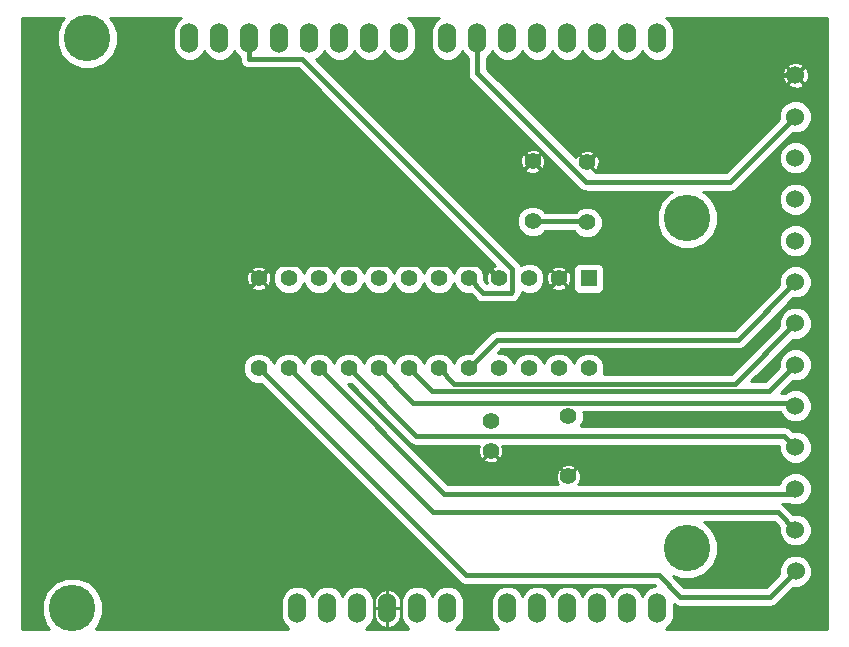
<source format=gtl>
G04 (created by PCBNEW-RS274X (2011-aug-04)-testing) date Mon 24 Sep 2012 11:27:46 AM PDT*
G01*
G70*
G90*
%MOIN*%
G04 Gerber Fmt 3.4, Leading zero omitted, Abs format*
%FSLAX34Y34*%
G04 APERTURE LIST*
%ADD10C,0.006000*%
%ADD11O,0.060000X0.100000*%
%ADD12C,0.155000*%
%ADD13R,0.055000X0.055000*%
%ADD14C,0.055000*%
%ADD15C,0.060000*%
%ADD16C,0.015000*%
%ADD17C,0.010000*%
G04 APERTURE END LIST*
G54D10*
G54D11*
X70237Y-51677D03*
X69237Y-51677D03*
X68237Y-51677D03*
X65237Y-51677D03*
X66237Y-51677D03*
X67237Y-51677D03*
X63237Y-51677D03*
X62237Y-51677D03*
X61237Y-51677D03*
X59237Y-51677D03*
X58237Y-51677D03*
X70237Y-32677D03*
X69237Y-32677D03*
X68237Y-32677D03*
X67237Y-32677D03*
X66237Y-32677D03*
X65237Y-32677D03*
X64237Y-32677D03*
X63237Y-32677D03*
X61637Y-32677D03*
X60637Y-32677D03*
X59637Y-32677D03*
X58637Y-32677D03*
X57637Y-32677D03*
X56637Y-32677D03*
X55637Y-32677D03*
X54637Y-32677D03*
X60237Y-51677D03*
G54D12*
X71237Y-49677D03*
X71237Y-38677D03*
X51237Y-32677D03*
X50737Y-51677D03*
G54D13*
X67951Y-40675D03*
G54D14*
X66951Y-40675D03*
X65951Y-40675D03*
X64951Y-40675D03*
X63951Y-40675D03*
X62951Y-40675D03*
X61951Y-40675D03*
X60951Y-40675D03*
X59951Y-40675D03*
X58951Y-40675D03*
X57951Y-40675D03*
X56951Y-40675D03*
X56951Y-43675D03*
X57951Y-43675D03*
X58951Y-43675D03*
X59951Y-43675D03*
X60951Y-43675D03*
X61951Y-43675D03*
X62951Y-43675D03*
X63951Y-43675D03*
X64951Y-43675D03*
X65951Y-43675D03*
X66951Y-43675D03*
X67951Y-43675D03*
X67264Y-45280D03*
X67264Y-47280D03*
X67894Y-38815D03*
X67894Y-36815D03*
X66083Y-38776D03*
X66083Y-36776D03*
X64685Y-45425D03*
X64685Y-46425D03*
G54D15*
X74843Y-50444D03*
X74842Y-49067D03*
X74841Y-47686D03*
X74842Y-46309D03*
X74842Y-44931D03*
X74842Y-43555D03*
X74842Y-42176D03*
X74841Y-40798D03*
X74841Y-39420D03*
X74841Y-38040D03*
X74840Y-35286D03*
X74841Y-36664D03*
X74841Y-33908D03*
G54D16*
X67855Y-38776D02*
X67894Y-38815D01*
X66083Y-38776D02*
X67855Y-38776D01*
X63853Y-50577D02*
X56951Y-43675D01*
X70283Y-50577D02*
X63853Y-50577D01*
X71004Y-51298D02*
X70283Y-50577D01*
X73989Y-51298D02*
X71004Y-51298D01*
X74843Y-50444D02*
X73989Y-51298D01*
X62746Y-48470D02*
X57951Y-43675D01*
X74245Y-48470D02*
X62746Y-48470D01*
X74842Y-49067D02*
X74245Y-48470D01*
X63137Y-47861D02*
X58951Y-43675D01*
X74666Y-47861D02*
X63137Y-47861D01*
X74841Y-47686D02*
X74666Y-47861D01*
X62202Y-45926D02*
X59951Y-43675D01*
X74459Y-45926D02*
X62202Y-45926D01*
X74842Y-46309D02*
X74459Y-45926D01*
X62095Y-44819D02*
X60951Y-43675D01*
X74730Y-44819D02*
X62095Y-44819D01*
X74842Y-44931D02*
X74730Y-44819D01*
X62713Y-44437D02*
X61951Y-43675D01*
X73960Y-44437D02*
X62713Y-44437D01*
X74842Y-43555D02*
X73960Y-44437D01*
X63459Y-44183D02*
X62951Y-43675D01*
X72835Y-44183D02*
X63459Y-44183D01*
X74842Y-42176D02*
X72835Y-44183D01*
X64905Y-42721D02*
X63951Y-43675D01*
X72918Y-42721D02*
X64905Y-42721D01*
X74841Y-40798D02*
X72918Y-42721D01*
X64237Y-33828D02*
X64237Y-32677D01*
X67870Y-37461D02*
X64237Y-33828D01*
X72665Y-37461D02*
X67870Y-37461D01*
X74840Y-35286D02*
X72665Y-37461D01*
X58385Y-33355D02*
X56637Y-33355D01*
X65408Y-40378D02*
X58385Y-33355D01*
X65408Y-41110D02*
X65408Y-40378D01*
X65365Y-41153D02*
X65408Y-41110D01*
X64429Y-41153D02*
X65365Y-41153D01*
X63951Y-40675D02*
X64429Y-41153D01*
X56637Y-32677D02*
X56637Y-33355D01*
X70801Y-33908D02*
X67894Y-36815D01*
X74841Y-33908D02*
X70801Y-33908D01*
X57440Y-40186D02*
X56951Y-40675D01*
X64462Y-40186D02*
X57440Y-40186D01*
X64951Y-40675D02*
X64462Y-40186D01*
G54D10*
G36*
X75895Y-52350D02*
X70540Y-52350D01*
X70543Y-52349D01*
X70694Y-52197D01*
X70777Y-51999D01*
X70777Y-51784D01*
X70777Y-51529D01*
X70879Y-51597D01*
X70880Y-51598D01*
X71004Y-51623D01*
X73989Y-51623D01*
X74113Y-51598D01*
X74219Y-51528D01*
X74753Y-50993D01*
X74952Y-50993D01*
X75154Y-50909D01*
X75308Y-50755D01*
X75392Y-50553D01*
X75392Y-50335D01*
X75308Y-50133D01*
X75154Y-49979D01*
X74952Y-49895D01*
X74734Y-49895D01*
X74532Y-49979D01*
X74378Y-50133D01*
X74294Y-50335D01*
X74294Y-50533D01*
X73854Y-50973D01*
X71138Y-50973D01*
X70749Y-50584D01*
X71032Y-50702D01*
X71440Y-50702D01*
X71817Y-50546D01*
X72105Y-50258D01*
X72262Y-49882D01*
X72262Y-49474D01*
X72106Y-49097D01*
X71818Y-48809D01*
X71784Y-48795D01*
X74110Y-48795D01*
X74293Y-48978D01*
X74293Y-49176D01*
X74377Y-49378D01*
X74531Y-49532D01*
X74733Y-49616D01*
X74951Y-49616D01*
X75153Y-49532D01*
X75307Y-49378D01*
X75391Y-49176D01*
X75391Y-48958D01*
X75307Y-48756D01*
X75153Y-48602D01*
X74951Y-48518D01*
X74753Y-48518D01*
X74475Y-48240D01*
X74393Y-48186D01*
X74614Y-48186D01*
X74732Y-48235D01*
X74950Y-48235D01*
X75152Y-48151D01*
X75306Y-47997D01*
X75390Y-47795D01*
X75390Y-47577D01*
X75306Y-47375D01*
X75152Y-47221D01*
X74950Y-47137D01*
X74732Y-47137D01*
X74530Y-47221D01*
X74376Y-47375D01*
X74309Y-47536D01*
X67597Y-47536D01*
X67592Y-47531D01*
X67610Y-47525D01*
X67678Y-47374D01*
X67682Y-47209D01*
X67623Y-47054D01*
X67610Y-47035D01*
X67541Y-47010D01*
X67534Y-47017D01*
X67534Y-47003D01*
X67509Y-46934D01*
X67358Y-46866D01*
X67193Y-46862D01*
X67038Y-46921D01*
X67019Y-46934D01*
X66994Y-47003D01*
X67264Y-47273D01*
X67534Y-47003D01*
X67534Y-47017D01*
X67306Y-47245D01*
X67271Y-47280D01*
X67264Y-47287D01*
X67257Y-47280D01*
X67222Y-47245D01*
X66987Y-47010D01*
X66918Y-47035D01*
X66850Y-47186D01*
X66846Y-47351D01*
X66905Y-47506D01*
X66918Y-47525D01*
X66935Y-47531D01*
X66931Y-47536D01*
X64955Y-47536D01*
X64955Y-46702D01*
X64685Y-46432D01*
X64415Y-46702D01*
X64440Y-46771D01*
X64591Y-46839D01*
X64756Y-46843D01*
X64911Y-46784D01*
X64930Y-46771D01*
X64955Y-46702D01*
X64955Y-47536D01*
X63271Y-47536D01*
X59935Y-44200D01*
X60016Y-44200D01*
X61972Y-46156D01*
X62077Y-46226D01*
X62078Y-46226D01*
X62202Y-46251D01*
X64307Y-46251D01*
X64271Y-46331D01*
X64267Y-46496D01*
X64326Y-46651D01*
X64339Y-46670D01*
X64408Y-46695D01*
X64643Y-46460D01*
X64678Y-46425D01*
X64685Y-46418D01*
X64692Y-46425D01*
X64727Y-46460D01*
X64962Y-46695D01*
X65031Y-46670D01*
X65099Y-46519D01*
X65103Y-46354D01*
X65063Y-46251D01*
X74293Y-46251D01*
X74293Y-46418D01*
X74377Y-46620D01*
X74531Y-46774D01*
X74733Y-46858D01*
X74951Y-46858D01*
X75153Y-46774D01*
X75307Y-46620D01*
X75391Y-46418D01*
X75391Y-46200D01*
X75307Y-45998D01*
X75153Y-45844D01*
X74951Y-45760D01*
X74752Y-45760D01*
X74689Y-45696D01*
X74583Y-45626D01*
X74459Y-45601D01*
X67685Y-45601D01*
X67709Y-45578D01*
X67789Y-45385D01*
X67789Y-45176D01*
X67775Y-45144D01*
X74336Y-45144D01*
X74377Y-45242D01*
X74531Y-45396D01*
X74733Y-45480D01*
X74951Y-45480D01*
X75153Y-45396D01*
X75307Y-45242D01*
X75391Y-45040D01*
X75391Y-44822D01*
X75307Y-44620D01*
X75153Y-44466D01*
X74951Y-44382D01*
X74733Y-44382D01*
X74531Y-44466D01*
X74503Y-44494D01*
X74363Y-44494D01*
X74753Y-44104D01*
X74951Y-44104D01*
X75153Y-44020D01*
X75307Y-43866D01*
X75391Y-43664D01*
X75391Y-43446D01*
X75307Y-43244D01*
X75153Y-43090D01*
X74951Y-43006D01*
X74733Y-43006D01*
X74531Y-43090D01*
X74377Y-43244D01*
X74293Y-43446D01*
X74293Y-43644D01*
X73825Y-44112D01*
X73366Y-44112D01*
X74753Y-42725D01*
X74951Y-42725D01*
X75153Y-42641D01*
X75307Y-42487D01*
X75391Y-42285D01*
X75391Y-42067D01*
X75307Y-41865D01*
X75153Y-41711D01*
X74951Y-41627D01*
X74733Y-41627D01*
X74531Y-41711D01*
X74377Y-41865D01*
X74293Y-42067D01*
X74293Y-42265D01*
X72700Y-43858D01*
X68443Y-43858D01*
X68476Y-43780D01*
X68476Y-43571D01*
X68396Y-43378D01*
X68249Y-43230D01*
X68056Y-43150D01*
X67847Y-43150D01*
X67654Y-43230D01*
X67506Y-43377D01*
X67450Y-43510D01*
X67396Y-43378D01*
X67249Y-43230D01*
X67056Y-43150D01*
X66847Y-43150D01*
X66654Y-43230D01*
X66506Y-43377D01*
X66450Y-43510D01*
X66396Y-43378D01*
X66249Y-43230D01*
X66056Y-43150D01*
X65847Y-43150D01*
X65654Y-43230D01*
X65506Y-43377D01*
X65450Y-43510D01*
X65396Y-43378D01*
X65249Y-43230D01*
X65056Y-43150D01*
X64936Y-43150D01*
X65040Y-43046D01*
X72918Y-43046D01*
X73042Y-43021D01*
X73148Y-42951D01*
X74751Y-41347D01*
X74950Y-41347D01*
X75152Y-41263D01*
X75306Y-41109D01*
X75390Y-40907D01*
X75390Y-40689D01*
X75390Y-39529D01*
X75390Y-39311D01*
X75390Y-38149D01*
X75390Y-37931D01*
X75390Y-36773D01*
X75390Y-36555D01*
X75306Y-36353D01*
X75152Y-36199D01*
X74950Y-36115D01*
X74732Y-36115D01*
X74530Y-36199D01*
X74376Y-36353D01*
X74292Y-36555D01*
X74292Y-36773D01*
X74376Y-36975D01*
X74530Y-37129D01*
X74732Y-37213D01*
X74950Y-37213D01*
X75152Y-37129D01*
X75306Y-36975D01*
X75390Y-36773D01*
X75390Y-37931D01*
X75306Y-37729D01*
X75152Y-37575D01*
X74950Y-37491D01*
X74732Y-37491D01*
X74530Y-37575D01*
X74376Y-37729D01*
X74292Y-37931D01*
X74292Y-38149D01*
X74376Y-38351D01*
X74530Y-38505D01*
X74732Y-38589D01*
X74950Y-38589D01*
X75152Y-38505D01*
X75306Y-38351D01*
X75390Y-38149D01*
X75390Y-39311D01*
X75306Y-39109D01*
X75152Y-38955D01*
X74950Y-38871D01*
X74732Y-38871D01*
X74530Y-38955D01*
X74376Y-39109D01*
X74292Y-39311D01*
X74292Y-39529D01*
X74376Y-39731D01*
X74530Y-39885D01*
X74732Y-39969D01*
X74950Y-39969D01*
X75152Y-39885D01*
X75306Y-39731D01*
X75390Y-39529D01*
X75390Y-40689D01*
X75306Y-40487D01*
X75152Y-40333D01*
X74950Y-40249D01*
X74732Y-40249D01*
X74530Y-40333D01*
X74376Y-40487D01*
X74292Y-40689D01*
X74292Y-40887D01*
X72783Y-42396D01*
X68475Y-42396D01*
X68475Y-41000D01*
X68475Y-40901D01*
X68475Y-40351D01*
X68437Y-40259D01*
X68419Y-40241D01*
X68419Y-38920D01*
X68419Y-38711D01*
X68339Y-38518D01*
X68192Y-38370D01*
X67999Y-38290D01*
X67790Y-38290D01*
X67597Y-38370D01*
X67515Y-38451D01*
X66501Y-38451D01*
X66501Y-36705D01*
X66442Y-36550D01*
X66429Y-36531D01*
X66360Y-36506D01*
X66353Y-36513D01*
X66353Y-36499D01*
X66328Y-36430D01*
X66177Y-36362D01*
X66012Y-36358D01*
X65857Y-36417D01*
X65838Y-36430D01*
X65813Y-36499D01*
X66083Y-36769D01*
X66353Y-36499D01*
X66353Y-36513D01*
X66090Y-36776D01*
X66360Y-37046D01*
X66429Y-37021D01*
X66497Y-36870D01*
X66501Y-36705D01*
X66501Y-38451D01*
X66500Y-38451D01*
X66381Y-38331D01*
X66353Y-38319D01*
X66353Y-37053D01*
X66083Y-36783D01*
X66076Y-36790D01*
X66076Y-36776D01*
X65806Y-36506D01*
X65737Y-36531D01*
X65669Y-36682D01*
X65665Y-36847D01*
X65724Y-37002D01*
X65737Y-37021D01*
X65806Y-37046D01*
X66076Y-36776D01*
X66076Y-36790D01*
X65813Y-37053D01*
X65838Y-37122D01*
X65989Y-37190D01*
X66154Y-37194D01*
X66309Y-37135D01*
X66328Y-37122D01*
X66353Y-37053D01*
X66353Y-38319D01*
X66188Y-38251D01*
X65979Y-38251D01*
X65786Y-38331D01*
X65638Y-38478D01*
X65558Y-38671D01*
X65558Y-38880D01*
X65638Y-39073D01*
X65785Y-39221D01*
X65978Y-39301D01*
X66187Y-39301D01*
X66380Y-39221D01*
X66500Y-39101D01*
X67444Y-39101D01*
X67449Y-39112D01*
X67596Y-39260D01*
X67789Y-39340D01*
X67998Y-39340D01*
X68191Y-39260D01*
X68339Y-39113D01*
X68419Y-38920D01*
X68419Y-40241D01*
X68367Y-40189D01*
X68276Y-40151D01*
X68177Y-40151D01*
X67627Y-40151D01*
X67535Y-40189D01*
X67465Y-40259D01*
X67427Y-40350D01*
X67427Y-40449D01*
X67427Y-40999D01*
X67465Y-41091D01*
X67535Y-41161D01*
X67626Y-41199D01*
X67725Y-41199D01*
X68275Y-41199D01*
X68367Y-41161D01*
X68437Y-41091D01*
X68475Y-41000D01*
X68475Y-42396D01*
X67369Y-42396D01*
X67369Y-40604D01*
X67310Y-40449D01*
X67297Y-40430D01*
X67228Y-40405D01*
X67221Y-40412D01*
X67221Y-40398D01*
X67196Y-40329D01*
X67045Y-40261D01*
X66880Y-40257D01*
X66725Y-40316D01*
X66706Y-40329D01*
X66681Y-40398D01*
X66951Y-40668D01*
X67221Y-40398D01*
X67221Y-40412D01*
X66958Y-40675D01*
X67228Y-40945D01*
X67297Y-40920D01*
X67365Y-40769D01*
X67369Y-40604D01*
X67369Y-42396D01*
X67221Y-42396D01*
X67221Y-40952D01*
X66951Y-40682D01*
X66944Y-40689D01*
X66944Y-40675D01*
X66674Y-40405D01*
X66605Y-40430D01*
X66537Y-40581D01*
X66533Y-40746D01*
X66592Y-40901D01*
X66605Y-40920D01*
X66674Y-40945D01*
X66944Y-40675D01*
X66944Y-40689D01*
X66681Y-40952D01*
X66706Y-41021D01*
X66857Y-41089D01*
X67022Y-41093D01*
X67177Y-41034D01*
X67196Y-41021D01*
X67221Y-40952D01*
X67221Y-42396D01*
X64905Y-42396D01*
X64780Y-42421D01*
X64675Y-42491D01*
X64016Y-43150D01*
X63847Y-43150D01*
X63654Y-43230D01*
X63506Y-43377D01*
X63450Y-43510D01*
X63396Y-43378D01*
X63249Y-43230D01*
X63056Y-43150D01*
X62847Y-43150D01*
X62654Y-43230D01*
X62506Y-43377D01*
X62450Y-43510D01*
X62396Y-43378D01*
X62249Y-43230D01*
X62056Y-43150D01*
X61847Y-43150D01*
X61654Y-43230D01*
X61506Y-43377D01*
X61450Y-43510D01*
X61396Y-43378D01*
X61249Y-43230D01*
X61056Y-43150D01*
X60847Y-43150D01*
X60654Y-43230D01*
X60506Y-43377D01*
X60450Y-43510D01*
X60396Y-43378D01*
X60249Y-43230D01*
X60056Y-43150D01*
X59847Y-43150D01*
X59654Y-43230D01*
X59506Y-43377D01*
X59450Y-43510D01*
X59396Y-43378D01*
X59249Y-43230D01*
X59056Y-43150D01*
X58847Y-43150D01*
X58654Y-43230D01*
X58506Y-43377D01*
X58450Y-43510D01*
X58396Y-43378D01*
X58249Y-43230D01*
X58056Y-43150D01*
X57847Y-43150D01*
X57654Y-43230D01*
X57506Y-43377D01*
X57450Y-43510D01*
X57396Y-43378D01*
X57369Y-43350D01*
X57369Y-40604D01*
X57310Y-40449D01*
X57297Y-40430D01*
X57228Y-40405D01*
X57221Y-40412D01*
X57221Y-40398D01*
X57196Y-40329D01*
X57045Y-40261D01*
X56880Y-40257D01*
X56725Y-40316D01*
X56706Y-40329D01*
X56681Y-40398D01*
X56951Y-40668D01*
X57221Y-40398D01*
X57221Y-40412D01*
X56958Y-40675D01*
X57228Y-40945D01*
X57297Y-40920D01*
X57365Y-40769D01*
X57369Y-40604D01*
X57369Y-43350D01*
X57249Y-43230D01*
X57221Y-43218D01*
X57221Y-40952D01*
X56951Y-40682D01*
X56944Y-40689D01*
X56944Y-40675D01*
X56674Y-40405D01*
X56605Y-40430D01*
X56537Y-40581D01*
X56533Y-40746D01*
X56592Y-40901D01*
X56605Y-40920D01*
X56674Y-40945D01*
X56944Y-40675D01*
X56944Y-40689D01*
X56681Y-40952D01*
X56706Y-41021D01*
X56857Y-41089D01*
X57022Y-41093D01*
X57177Y-41034D01*
X57196Y-41021D01*
X57221Y-40952D01*
X57221Y-43218D01*
X57056Y-43150D01*
X56847Y-43150D01*
X56654Y-43230D01*
X56506Y-43377D01*
X56426Y-43570D01*
X56426Y-43779D01*
X56506Y-43972D01*
X56653Y-44120D01*
X56846Y-44200D01*
X57016Y-44200D01*
X63621Y-50804D01*
X63623Y-50807D01*
X63728Y-50876D01*
X63729Y-50877D01*
X63827Y-50896D01*
X63852Y-50902D01*
X63852Y-50901D01*
X63853Y-50902D01*
X70148Y-50902D01*
X70169Y-50923D01*
X70130Y-50923D01*
X69931Y-51005D01*
X69780Y-51157D01*
X69737Y-51259D01*
X69695Y-51157D01*
X69543Y-51006D01*
X69345Y-50923D01*
X69130Y-50923D01*
X68931Y-51005D01*
X68780Y-51157D01*
X68737Y-51259D01*
X68695Y-51157D01*
X68543Y-51006D01*
X68345Y-50923D01*
X68130Y-50923D01*
X67931Y-51005D01*
X67780Y-51157D01*
X67737Y-51259D01*
X67695Y-51157D01*
X67543Y-51006D01*
X67345Y-50923D01*
X67130Y-50923D01*
X66931Y-51005D01*
X66780Y-51157D01*
X66737Y-51259D01*
X66695Y-51157D01*
X66543Y-51006D01*
X66345Y-50923D01*
X66130Y-50923D01*
X65931Y-51005D01*
X65780Y-51157D01*
X65737Y-51259D01*
X65695Y-51157D01*
X65543Y-51006D01*
X65345Y-50923D01*
X65130Y-50923D01*
X64931Y-51005D01*
X64780Y-51157D01*
X64697Y-51355D01*
X64697Y-51570D01*
X64697Y-51998D01*
X64779Y-52197D01*
X64931Y-52348D01*
X64935Y-52350D01*
X63540Y-52350D01*
X63543Y-52349D01*
X63694Y-52197D01*
X63777Y-51999D01*
X63777Y-51784D01*
X63777Y-51356D01*
X63695Y-51157D01*
X63543Y-51006D01*
X63345Y-50923D01*
X63130Y-50923D01*
X62931Y-51005D01*
X62780Y-51157D01*
X62737Y-51259D01*
X62695Y-51157D01*
X62543Y-51006D01*
X62345Y-50923D01*
X62130Y-50923D01*
X61931Y-51005D01*
X61780Y-51157D01*
X61697Y-51355D01*
X61697Y-51570D01*
X61697Y-51998D01*
X61779Y-52197D01*
X61931Y-52348D01*
X61935Y-52350D01*
X61687Y-52350D01*
X61687Y-51972D01*
X61687Y-51682D01*
X61687Y-51672D01*
X61687Y-51382D01*
X61616Y-51217D01*
X61488Y-51092D01*
X61312Y-51034D01*
X61242Y-51065D01*
X61242Y-51672D01*
X61687Y-51672D01*
X61687Y-51682D01*
X61242Y-51682D01*
X61242Y-52289D01*
X61312Y-52320D01*
X61488Y-52262D01*
X61616Y-52137D01*
X61687Y-51972D01*
X61687Y-52350D01*
X61232Y-52350D01*
X61232Y-52289D01*
X61232Y-51682D01*
X61232Y-51672D01*
X61232Y-51065D01*
X61162Y-51034D01*
X60986Y-51092D01*
X60858Y-51217D01*
X60787Y-51382D01*
X60787Y-51672D01*
X61232Y-51672D01*
X61232Y-51682D01*
X60787Y-51682D01*
X60787Y-51972D01*
X60858Y-52137D01*
X60986Y-52262D01*
X61162Y-52320D01*
X61232Y-52289D01*
X61232Y-52350D01*
X60540Y-52350D01*
X60543Y-52349D01*
X60694Y-52197D01*
X60777Y-51999D01*
X60777Y-51784D01*
X60777Y-51356D01*
X60695Y-51157D01*
X60543Y-51006D01*
X60345Y-50923D01*
X60130Y-50923D01*
X59931Y-51005D01*
X59780Y-51157D01*
X59737Y-51259D01*
X59695Y-51157D01*
X59543Y-51006D01*
X59345Y-50923D01*
X59130Y-50923D01*
X58931Y-51005D01*
X58780Y-51157D01*
X58737Y-51259D01*
X58695Y-51157D01*
X58543Y-51006D01*
X58345Y-50923D01*
X58130Y-50923D01*
X57931Y-51005D01*
X57780Y-51157D01*
X57697Y-51355D01*
X57697Y-51570D01*
X57697Y-51998D01*
X57779Y-52197D01*
X57931Y-52348D01*
X57935Y-52350D01*
X51513Y-52350D01*
X51605Y-52258D01*
X51762Y-51882D01*
X51762Y-51474D01*
X51606Y-51097D01*
X51318Y-50809D01*
X50942Y-50652D01*
X50534Y-50652D01*
X50157Y-50808D01*
X49869Y-51096D01*
X49712Y-51472D01*
X49712Y-51880D01*
X49868Y-52257D01*
X49961Y-52350D01*
X49050Y-52350D01*
X49050Y-31998D01*
X50467Y-31998D01*
X50369Y-32096D01*
X50212Y-32472D01*
X50212Y-32880D01*
X50368Y-33257D01*
X50656Y-33545D01*
X51032Y-33702D01*
X51440Y-33702D01*
X51817Y-33546D01*
X52105Y-33258D01*
X52262Y-32882D01*
X52262Y-32474D01*
X52106Y-32097D01*
X52007Y-31998D01*
X54347Y-31998D01*
X54331Y-32005D01*
X54180Y-32157D01*
X54097Y-32355D01*
X54097Y-32570D01*
X54097Y-32998D01*
X54179Y-33197D01*
X54331Y-33348D01*
X54529Y-33431D01*
X54744Y-33431D01*
X54943Y-33349D01*
X55094Y-33197D01*
X55136Y-33094D01*
X55179Y-33197D01*
X55331Y-33348D01*
X55529Y-33431D01*
X55744Y-33431D01*
X55943Y-33349D01*
X56094Y-33197D01*
X56136Y-33094D01*
X56179Y-33197D01*
X56312Y-33329D01*
X56312Y-33355D01*
X56337Y-33479D01*
X56407Y-33585D01*
X56513Y-33655D01*
X56637Y-33680D01*
X58250Y-33680D01*
X64841Y-40271D01*
X64725Y-40316D01*
X64706Y-40329D01*
X64681Y-40398D01*
X64916Y-40633D01*
X64951Y-40668D01*
X64958Y-40675D01*
X64951Y-40682D01*
X64944Y-40675D01*
X64909Y-40640D01*
X64674Y-40405D01*
X64605Y-40430D01*
X64537Y-40581D01*
X64533Y-40746D01*
X64564Y-40828D01*
X64476Y-40740D01*
X64476Y-40571D01*
X64396Y-40378D01*
X64249Y-40230D01*
X64056Y-40150D01*
X63847Y-40150D01*
X63654Y-40230D01*
X63506Y-40377D01*
X63450Y-40510D01*
X63396Y-40378D01*
X63249Y-40230D01*
X63056Y-40150D01*
X62847Y-40150D01*
X62654Y-40230D01*
X62506Y-40377D01*
X62450Y-40510D01*
X62396Y-40378D01*
X62249Y-40230D01*
X62056Y-40150D01*
X61847Y-40150D01*
X61654Y-40230D01*
X61506Y-40377D01*
X61450Y-40510D01*
X61396Y-40378D01*
X61249Y-40230D01*
X61056Y-40150D01*
X60847Y-40150D01*
X60654Y-40230D01*
X60506Y-40377D01*
X60450Y-40510D01*
X60396Y-40378D01*
X60249Y-40230D01*
X60056Y-40150D01*
X59847Y-40150D01*
X59654Y-40230D01*
X59506Y-40377D01*
X59450Y-40510D01*
X59396Y-40378D01*
X59249Y-40230D01*
X59056Y-40150D01*
X58847Y-40150D01*
X58654Y-40230D01*
X58506Y-40377D01*
X58450Y-40510D01*
X58396Y-40378D01*
X58249Y-40230D01*
X58056Y-40150D01*
X57847Y-40150D01*
X57654Y-40230D01*
X57506Y-40377D01*
X57426Y-40570D01*
X57426Y-40779D01*
X57506Y-40972D01*
X57653Y-41120D01*
X57846Y-41200D01*
X58055Y-41200D01*
X58248Y-41120D01*
X58396Y-40973D01*
X58451Y-40839D01*
X58506Y-40972D01*
X58653Y-41120D01*
X58846Y-41200D01*
X59055Y-41200D01*
X59248Y-41120D01*
X59396Y-40973D01*
X59451Y-40839D01*
X59506Y-40972D01*
X59653Y-41120D01*
X59846Y-41200D01*
X60055Y-41200D01*
X60248Y-41120D01*
X60396Y-40973D01*
X60451Y-40839D01*
X60506Y-40972D01*
X60653Y-41120D01*
X60846Y-41200D01*
X61055Y-41200D01*
X61248Y-41120D01*
X61396Y-40973D01*
X61451Y-40839D01*
X61506Y-40972D01*
X61653Y-41120D01*
X61846Y-41200D01*
X62055Y-41200D01*
X62248Y-41120D01*
X62396Y-40973D01*
X62451Y-40839D01*
X62506Y-40972D01*
X62653Y-41120D01*
X62846Y-41200D01*
X63055Y-41200D01*
X63248Y-41120D01*
X63396Y-40973D01*
X63451Y-40839D01*
X63506Y-40972D01*
X63653Y-41120D01*
X63846Y-41200D01*
X64016Y-41200D01*
X64198Y-41382D01*
X64199Y-41383D01*
X64304Y-41452D01*
X64305Y-41453D01*
X64403Y-41472D01*
X64428Y-41478D01*
X64428Y-41477D01*
X64429Y-41478D01*
X65365Y-41478D01*
X65489Y-41453D01*
X65595Y-41383D01*
X65635Y-41341D01*
X65637Y-41340D01*
X65638Y-41340D01*
X65707Y-41235D01*
X65708Y-41234D01*
X65724Y-41149D01*
X65846Y-41200D01*
X66055Y-41200D01*
X66248Y-41120D01*
X66396Y-40973D01*
X66476Y-40780D01*
X66476Y-40571D01*
X66396Y-40378D01*
X66249Y-40230D01*
X66056Y-40150D01*
X65847Y-40150D01*
X65683Y-40217D01*
X65638Y-40148D01*
X58869Y-33379D01*
X58943Y-33349D01*
X59094Y-33197D01*
X59136Y-33094D01*
X59179Y-33197D01*
X59331Y-33348D01*
X59529Y-33431D01*
X59744Y-33431D01*
X59943Y-33349D01*
X60094Y-33197D01*
X60136Y-33094D01*
X60179Y-33197D01*
X60331Y-33348D01*
X60529Y-33431D01*
X60744Y-33431D01*
X60943Y-33349D01*
X61094Y-33197D01*
X61136Y-33094D01*
X61179Y-33197D01*
X61331Y-33348D01*
X61529Y-33431D01*
X61744Y-33431D01*
X61943Y-33349D01*
X62094Y-33197D01*
X62177Y-32999D01*
X62177Y-32784D01*
X62177Y-32356D01*
X62095Y-32157D01*
X61943Y-32006D01*
X61923Y-31998D01*
X62947Y-31998D01*
X62931Y-32005D01*
X62780Y-32157D01*
X62697Y-32355D01*
X62697Y-32570D01*
X62697Y-32998D01*
X62779Y-33197D01*
X62931Y-33348D01*
X63129Y-33431D01*
X63344Y-33431D01*
X63543Y-33349D01*
X63694Y-33197D01*
X63736Y-33094D01*
X63779Y-33197D01*
X63912Y-33329D01*
X63912Y-33828D01*
X63937Y-33952D01*
X64007Y-34058D01*
X67638Y-37688D01*
X67640Y-37691D01*
X67745Y-37760D01*
X67746Y-37761D01*
X67844Y-37780D01*
X67869Y-37786D01*
X67869Y-37785D01*
X67870Y-37786D01*
X70710Y-37786D01*
X70657Y-37808D01*
X70369Y-38096D01*
X70212Y-38472D01*
X70212Y-38880D01*
X70368Y-39257D01*
X70656Y-39545D01*
X71032Y-39702D01*
X71440Y-39702D01*
X71817Y-39546D01*
X72105Y-39258D01*
X72262Y-38882D01*
X72262Y-38474D01*
X72106Y-38097D01*
X71818Y-37809D01*
X71762Y-37786D01*
X72665Y-37786D01*
X72789Y-37761D01*
X72895Y-37691D01*
X74750Y-35835D01*
X74949Y-35835D01*
X75151Y-35751D01*
X75305Y-35597D01*
X75389Y-35395D01*
X75389Y-35177D01*
X75305Y-34975D01*
X75285Y-34955D01*
X75285Y-33833D01*
X75223Y-33669D01*
X75207Y-33648D01*
X75136Y-33620D01*
X75129Y-33627D01*
X75129Y-33613D01*
X75101Y-33542D01*
X74941Y-33470D01*
X74766Y-33464D01*
X74602Y-33526D01*
X74581Y-33542D01*
X74553Y-33613D01*
X74841Y-33901D01*
X75129Y-33613D01*
X75129Y-33627D01*
X74848Y-33908D01*
X75136Y-34196D01*
X75207Y-34168D01*
X75279Y-34008D01*
X75285Y-33833D01*
X75285Y-34955D01*
X75151Y-34821D01*
X75129Y-34811D01*
X75129Y-34203D01*
X74841Y-33915D01*
X74834Y-33922D01*
X74834Y-33908D01*
X74546Y-33620D01*
X74475Y-33648D01*
X74403Y-33808D01*
X74397Y-33983D01*
X74459Y-34147D01*
X74475Y-34168D01*
X74546Y-34196D01*
X74834Y-33908D01*
X74834Y-33922D01*
X74553Y-34203D01*
X74581Y-34274D01*
X74741Y-34346D01*
X74916Y-34352D01*
X75080Y-34290D01*
X75101Y-34274D01*
X75129Y-34203D01*
X75129Y-34811D01*
X74949Y-34737D01*
X74731Y-34737D01*
X74529Y-34821D01*
X74375Y-34975D01*
X74291Y-35177D01*
X74291Y-35375D01*
X72530Y-37136D01*
X68312Y-37136D01*
X68312Y-36744D01*
X68253Y-36589D01*
X68240Y-36570D01*
X68171Y-36545D01*
X68164Y-36552D01*
X68164Y-36538D01*
X68139Y-36469D01*
X67988Y-36401D01*
X67823Y-36397D01*
X67668Y-36456D01*
X67649Y-36469D01*
X67624Y-36538D01*
X67894Y-36808D01*
X68164Y-36538D01*
X68164Y-36552D01*
X67901Y-36815D01*
X68171Y-37085D01*
X68240Y-37060D01*
X68308Y-36909D01*
X68312Y-36744D01*
X68312Y-37136D01*
X68148Y-37136D01*
X68164Y-37092D01*
X67929Y-36857D01*
X67894Y-36822D01*
X67887Y-36815D01*
X67852Y-36780D01*
X67617Y-36545D01*
X67548Y-36570D01*
X67513Y-36645D01*
X64562Y-33693D01*
X64562Y-33329D01*
X64694Y-33197D01*
X64736Y-33094D01*
X64779Y-33197D01*
X64931Y-33348D01*
X65129Y-33431D01*
X65344Y-33431D01*
X65543Y-33349D01*
X65694Y-33197D01*
X65736Y-33094D01*
X65779Y-33197D01*
X65931Y-33348D01*
X66129Y-33431D01*
X66344Y-33431D01*
X66543Y-33349D01*
X66694Y-33197D01*
X66736Y-33094D01*
X66779Y-33197D01*
X66931Y-33348D01*
X67129Y-33431D01*
X67344Y-33431D01*
X67543Y-33349D01*
X67694Y-33197D01*
X67736Y-33094D01*
X67779Y-33197D01*
X67931Y-33348D01*
X68129Y-33431D01*
X68344Y-33431D01*
X68543Y-33349D01*
X68694Y-33197D01*
X68736Y-33094D01*
X68779Y-33197D01*
X68931Y-33348D01*
X69129Y-33431D01*
X69344Y-33431D01*
X69543Y-33349D01*
X69694Y-33197D01*
X69736Y-33094D01*
X69779Y-33197D01*
X69931Y-33348D01*
X70129Y-33431D01*
X70344Y-33431D01*
X70543Y-33349D01*
X70694Y-33197D01*
X70777Y-32999D01*
X70777Y-32784D01*
X70777Y-32356D01*
X70695Y-32157D01*
X70543Y-32006D01*
X70523Y-31998D01*
X75895Y-31998D01*
X75895Y-52350D01*
X75895Y-52350D01*
G37*
G54D17*
X75895Y-52350D02*
X70540Y-52350D01*
X70543Y-52349D01*
X70694Y-52197D01*
X70777Y-51999D01*
X70777Y-51784D01*
X70777Y-51529D01*
X70879Y-51597D01*
X70880Y-51598D01*
X71004Y-51623D01*
X73989Y-51623D01*
X74113Y-51598D01*
X74219Y-51528D01*
X74753Y-50993D01*
X74952Y-50993D01*
X75154Y-50909D01*
X75308Y-50755D01*
X75392Y-50553D01*
X75392Y-50335D01*
X75308Y-50133D01*
X75154Y-49979D01*
X74952Y-49895D01*
X74734Y-49895D01*
X74532Y-49979D01*
X74378Y-50133D01*
X74294Y-50335D01*
X74294Y-50533D01*
X73854Y-50973D01*
X71138Y-50973D01*
X70749Y-50584D01*
X71032Y-50702D01*
X71440Y-50702D01*
X71817Y-50546D01*
X72105Y-50258D01*
X72262Y-49882D01*
X72262Y-49474D01*
X72106Y-49097D01*
X71818Y-48809D01*
X71784Y-48795D01*
X74110Y-48795D01*
X74293Y-48978D01*
X74293Y-49176D01*
X74377Y-49378D01*
X74531Y-49532D01*
X74733Y-49616D01*
X74951Y-49616D01*
X75153Y-49532D01*
X75307Y-49378D01*
X75391Y-49176D01*
X75391Y-48958D01*
X75307Y-48756D01*
X75153Y-48602D01*
X74951Y-48518D01*
X74753Y-48518D01*
X74475Y-48240D01*
X74393Y-48186D01*
X74614Y-48186D01*
X74732Y-48235D01*
X74950Y-48235D01*
X75152Y-48151D01*
X75306Y-47997D01*
X75390Y-47795D01*
X75390Y-47577D01*
X75306Y-47375D01*
X75152Y-47221D01*
X74950Y-47137D01*
X74732Y-47137D01*
X74530Y-47221D01*
X74376Y-47375D01*
X74309Y-47536D01*
X67597Y-47536D01*
X67592Y-47531D01*
X67610Y-47525D01*
X67678Y-47374D01*
X67682Y-47209D01*
X67623Y-47054D01*
X67610Y-47035D01*
X67541Y-47010D01*
X67534Y-47017D01*
X67534Y-47003D01*
X67509Y-46934D01*
X67358Y-46866D01*
X67193Y-46862D01*
X67038Y-46921D01*
X67019Y-46934D01*
X66994Y-47003D01*
X67264Y-47273D01*
X67534Y-47003D01*
X67534Y-47017D01*
X67306Y-47245D01*
X67271Y-47280D01*
X67264Y-47287D01*
X67257Y-47280D01*
X67222Y-47245D01*
X66987Y-47010D01*
X66918Y-47035D01*
X66850Y-47186D01*
X66846Y-47351D01*
X66905Y-47506D01*
X66918Y-47525D01*
X66935Y-47531D01*
X66931Y-47536D01*
X64955Y-47536D01*
X64955Y-46702D01*
X64685Y-46432D01*
X64415Y-46702D01*
X64440Y-46771D01*
X64591Y-46839D01*
X64756Y-46843D01*
X64911Y-46784D01*
X64930Y-46771D01*
X64955Y-46702D01*
X64955Y-47536D01*
X63271Y-47536D01*
X59935Y-44200D01*
X60016Y-44200D01*
X61972Y-46156D01*
X62077Y-46226D01*
X62078Y-46226D01*
X62202Y-46251D01*
X64307Y-46251D01*
X64271Y-46331D01*
X64267Y-46496D01*
X64326Y-46651D01*
X64339Y-46670D01*
X64408Y-46695D01*
X64643Y-46460D01*
X64678Y-46425D01*
X64685Y-46418D01*
X64692Y-46425D01*
X64727Y-46460D01*
X64962Y-46695D01*
X65031Y-46670D01*
X65099Y-46519D01*
X65103Y-46354D01*
X65063Y-46251D01*
X74293Y-46251D01*
X74293Y-46418D01*
X74377Y-46620D01*
X74531Y-46774D01*
X74733Y-46858D01*
X74951Y-46858D01*
X75153Y-46774D01*
X75307Y-46620D01*
X75391Y-46418D01*
X75391Y-46200D01*
X75307Y-45998D01*
X75153Y-45844D01*
X74951Y-45760D01*
X74752Y-45760D01*
X74689Y-45696D01*
X74583Y-45626D01*
X74459Y-45601D01*
X67685Y-45601D01*
X67709Y-45578D01*
X67789Y-45385D01*
X67789Y-45176D01*
X67775Y-45144D01*
X74336Y-45144D01*
X74377Y-45242D01*
X74531Y-45396D01*
X74733Y-45480D01*
X74951Y-45480D01*
X75153Y-45396D01*
X75307Y-45242D01*
X75391Y-45040D01*
X75391Y-44822D01*
X75307Y-44620D01*
X75153Y-44466D01*
X74951Y-44382D01*
X74733Y-44382D01*
X74531Y-44466D01*
X74503Y-44494D01*
X74363Y-44494D01*
X74753Y-44104D01*
X74951Y-44104D01*
X75153Y-44020D01*
X75307Y-43866D01*
X75391Y-43664D01*
X75391Y-43446D01*
X75307Y-43244D01*
X75153Y-43090D01*
X74951Y-43006D01*
X74733Y-43006D01*
X74531Y-43090D01*
X74377Y-43244D01*
X74293Y-43446D01*
X74293Y-43644D01*
X73825Y-44112D01*
X73366Y-44112D01*
X74753Y-42725D01*
X74951Y-42725D01*
X75153Y-42641D01*
X75307Y-42487D01*
X75391Y-42285D01*
X75391Y-42067D01*
X75307Y-41865D01*
X75153Y-41711D01*
X74951Y-41627D01*
X74733Y-41627D01*
X74531Y-41711D01*
X74377Y-41865D01*
X74293Y-42067D01*
X74293Y-42265D01*
X72700Y-43858D01*
X68443Y-43858D01*
X68476Y-43780D01*
X68476Y-43571D01*
X68396Y-43378D01*
X68249Y-43230D01*
X68056Y-43150D01*
X67847Y-43150D01*
X67654Y-43230D01*
X67506Y-43377D01*
X67450Y-43510D01*
X67396Y-43378D01*
X67249Y-43230D01*
X67056Y-43150D01*
X66847Y-43150D01*
X66654Y-43230D01*
X66506Y-43377D01*
X66450Y-43510D01*
X66396Y-43378D01*
X66249Y-43230D01*
X66056Y-43150D01*
X65847Y-43150D01*
X65654Y-43230D01*
X65506Y-43377D01*
X65450Y-43510D01*
X65396Y-43378D01*
X65249Y-43230D01*
X65056Y-43150D01*
X64936Y-43150D01*
X65040Y-43046D01*
X72918Y-43046D01*
X73042Y-43021D01*
X73148Y-42951D01*
X74751Y-41347D01*
X74950Y-41347D01*
X75152Y-41263D01*
X75306Y-41109D01*
X75390Y-40907D01*
X75390Y-40689D01*
X75390Y-39529D01*
X75390Y-39311D01*
X75390Y-38149D01*
X75390Y-37931D01*
X75390Y-36773D01*
X75390Y-36555D01*
X75306Y-36353D01*
X75152Y-36199D01*
X74950Y-36115D01*
X74732Y-36115D01*
X74530Y-36199D01*
X74376Y-36353D01*
X74292Y-36555D01*
X74292Y-36773D01*
X74376Y-36975D01*
X74530Y-37129D01*
X74732Y-37213D01*
X74950Y-37213D01*
X75152Y-37129D01*
X75306Y-36975D01*
X75390Y-36773D01*
X75390Y-37931D01*
X75306Y-37729D01*
X75152Y-37575D01*
X74950Y-37491D01*
X74732Y-37491D01*
X74530Y-37575D01*
X74376Y-37729D01*
X74292Y-37931D01*
X74292Y-38149D01*
X74376Y-38351D01*
X74530Y-38505D01*
X74732Y-38589D01*
X74950Y-38589D01*
X75152Y-38505D01*
X75306Y-38351D01*
X75390Y-38149D01*
X75390Y-39311D01*
X75306Y-39109D01*
X75152Y-38955D01*
X74950Y-38871D01*
X74732Y-38871D01*
X74530Y-38955D01*
X74376Y-39109D01*
X74292Y-39311D01*
X74292Y-39529D01*
X74376Y-39731D01*
X74530Y-39885D01*
X74732Y-39969D01*
X74950Y-39969D01*
X75152Y-39885D01*
X75306Y-39731D01*
X75390Y-39529D01*
X75390Y-40689D01*
X75306Y-40487D01*
X75152Y-40333D01*
X74950Y-40249D01*
X74732Y-40249D01*
X74530Y-40333D01*
X74376Y-40487D01*
X74292Y-40689D01*
X74292Y-40887D01*
X72783Y-42396D01*
X68475Y-42396D01*
X68475Y-41000D01*
X68475Y-40901D01*
X68475Y-40351D01*
X68437Y-40259D01*
X68419Y-40241D01*
X68419Y-38920D01*
X68419Y-38711D01*
X68339Y-38518D01*
X68192Y-38370D01*
X67999Y-38290D01*
X67790Y-38290D01*
X67597Y-38370D01*
X67515Y-38451D01*
X66501Y-38451D01*
X66501Y-36705D01*
X66442Y-36550D01*
X66429Y-36531D01*
X66360Y-36506D01*
X66353Y-36513D01*
X66353Y-36499D01*
X66328Y-36430D01*
X66177Y-36362D01*
X66012Y-36358D01*
X65857Y-36417D01*
X65838Y-36430D01*
X65813Y-36499D01*
X66083Y-36769D01*
X66353Y-36499D01*
X66353Y-36513D01*
X66090Y-36776D01*
X66360Y-37046D01*
X66429Y-37021D01*
X66497Y-36870D01*
X66501Y-36705D01*
X66501Y-38451D01*
X66500Y-38451D01*
X66381Y-38331D01*
X66353Y-38319D01*
X66353Y-37053D01*
X66083Y-36783D01*
X66076Y-36790D01*
X66076Y-36776D01*
X65806Y-36506D01*
X65737Y-36531D01*
X65669Y-36682D01*
X65665Y-36847D01*
X65724Y-37002D01*
X65737Y-37021D01*
X65806Y-37046D01*
X66076Y-36776D01*
X66076Y-36790D01*
X65813Y-37053D01*
X65838Y-37122D01*
X65989Y-37190D01*
X66154Y-37194D01*
X66309Y-37135D01*
X66328Y-37122D01*
X66353Y-37053D01*
X66353Y-38319D01*
X66188Y-38251D01*
X65979Y-38251D01*
X65786Y-38331D01*
X65638Y-38478D01*
X65558Y-38671D01*
X65558Y-38880D01*
X65638Y-39073D01*
X65785Y-39221D01*
X65978Y-39301D01*
X66187Y-39301D01*
X66380Y-39221D01*
X66500Y-39101D01*
X67444Y-39101D01*
X67449Y-39112D01*
X67596Y-39260D01*
X67789Y-39340D01*
X67998Y-39340D01*
X68191Y-39260D01*
X68339Y-39113D01*
X68419Y-38920D01*
X68419Y-40241D01*
X68367Y-40189D01*
X68276Y-40151D01*
X68177Y-40151D01*
X67627Y-40151D01*
X67535Y-40189D01*
X67465Y-40259D01*
X67427Y-40350D01*
X67427Y-40449D01*
X67427Y-40999D01*
X67465Y-41091D01*
X67535Y-41161D01*
X67626Y-41199D01*
X67725Y-41199D01*
X68275Y-41199D01*
X68367Y-41161D01*
X68437Y-41091D01*
X68475Y-41000D01*
X68475Y-42396D01*
X67369Y-42396D01*
X67369Y-40604D01*
X67310Y-40449D01*
X67297Y-40430D01*
X67228Y-40405D01*
X67221Y-40412D01*
X67221Y-40398D01*
X67196Y-40329D01*
X67045Y-40261D01*
X66880Y-40257D01*
X66725Y-40316D01*
X66706Y-40329D01*
X66681Y-40398D01*
X66951Y-40668D01*
X67221Y-40398D01*
X67221Y-40412D01*
X66958Y-40675D01*
X67228Y-40945D01*
X67297Y-40920D01*
X67365Y-40769D01*
X67369Y-40604D01*
X67369Y-42396D01*
X67221Y-42396D01*
X67221Y-40952D01*
X66951Y-40682D01*
X66944Y-40689D01*
X66944Y-40675D01*
X66674Y-40405D01*
X66605Y-40430D01*
X66537Y-40581D01*
X66533Y-40746D01*
X66592Y-40901D01*
X66605Y-40920D01*
X66674Y-40945D01*
X66944Y-40675D01*
X66944Y-40689D01*
X66681Y-40952D01*
X66706Y-41021D01*
X66857Y-41089D01*
X67022Y-41093D01*
X67177Y-41034D01*
X67196Y-41021D01*
X67221Y-40952D01*
X67221Y-42396D01*
X64905Y-42396D01*
X64780Y-42421D01*
X64675Y-42491D01*
X64016Y-43150D01*
X63847Y-43150D01*
X63654Y-43230D01*
X63506Y-43377D01*
X63450Y-43510D01*
X63396Y-43378D01*
X63249Y-43230D01*
X63056Y-43150D01*
X62847Y-43150D01*
X62654Y-43230D01*
X62506Y-43377D01*
X62450Y-43510D01*
X62396Y-43378D01*
X62249Y-43230D01*
X62056Y-43150D01*
X61847Y-43150D01*
X61654Y-43230D01*
X61506Y-43377D01*
X61450Y-43510D01*
X61396Y-43378D01*
X61249Y-43230D01*
X61056Y-43150D01*
X60847Y-43150D01*
X60654Y-43230D01*
X60506Y-43377D01*
X60450Y-43510D01*
X60396Y-43378D01*
X60249Y-43230D01*
X60056Y-43150D01*
X59847Y-43150D01*
X59654Y-43230D01*
X59506Y-43377D01*
X59450Y-43510D01*
X59396Y-43378D01*
X59249Y-43230D01*
X59056Y-43150D01*
X58847Y-43150D01*
X58654Y-43230D01*
X58506Y-43377D01*
X58450Y-43510D01*
X58396Y-43378D01*
X58249Y-43230D01*
X58056Y-43150D01*
X57847Y-43150D01*
X57654Y-43230D01*
X57506Y-43377D01*
X57450Y-43510D01*
X57396Y-43378D01*
X57369Y-43350D01*
X57369Y-40604D01*
X57310Y-40449D01*
X57297Y-40430D01*
X57228Y-40405D01*
X57221Y-40412D01*
X57221Y-40398D01*
X57196Y-40329D01*
X57045Y-40261D01*
X56880Y-40257D01*
X56725Y-40316D01*
X56706Y-40329D01*
X56681Y-40398D01*
X56951Y-40668D01*
X57221Y-40398D01*
X57221Y-40412D01*
X56958Y-40675D01*
X57228Y-40945D01*
X57297Y-40920D01*
X57365Y-40769D01*
X57369Y-40604D01*
X57369Y-43350D01*
X57249Y-43230D01*
X57221Y-43218D01*
X57221Y-40952D01*
X56951Y-40682D01*
X56944Y-40689D01*
X56944Y-40675D01*
X56674Y-40405D01*
X56605Y-40430D01*
X56537Y-40581D01*
X56533Y-40746D01*
X56592Y-40901D01*
X56605Y-40920D01*
X56674Y-40945D01*
X56944Y-40675D01*
X56944Y-40689D01*
X56681Y-40952D01*
X56706Y-41021D01*
X56857Y-41089D01*
X57022Y-41093D01*
X57177Y-41034D01*
X57196Y-41021D01*
X57221Y-40952D01*
X57221Y-43218D01*
X57056Y-43150D01*
X56847Y-43150D01*
X56654Y-43230D01*
X56506Y-43377D01*
X56426Y-43570D01*
X56426Y-43779D01*
X56506Y-43972D01*
X56653Y-44120D01*
X56846Y-44200D01*
X57016Y-44200D01*
X63621Y-50804D01*
X63623Y-50807D01*
X63728Y-50876D01*
X63729Y-50877D01*
X63827Y-50896D01*
X63852Y-50902D01*
X63852Y-50901D01*
X63853Y-50902D01*
X70148Y-50902D01*
X70169Y-50923D01*
X70130Y-50923D01*
X69931Y-51005D01*
X69780Y-51157D01*
X69737Y-51259D01*
X69695Y-51157D01*
X69543Y-51006D01*
X69345Y-50923D01*
X69130Y-50923D01*
X68931Y-51005D01*
X68780Y-51157D01*
X68737Y-51259D01*
X68695Y-51157D01*
X68543Y-51006D01*
X68345Y-50923D01*
X68130Y-50923D01*
X67931Y-51005D01*
X67780Y-51157D01*
X67737Y-51259D01*
X67695Y-51157D01*
X67543Y-51006D01*
X67345Y-50923D01*
X67130Y-50923D01*
X66931Y-51005D01*
X66780Y-51157D01*
X66737Y-51259D01*
X66695Y-51157D01*
X66543Y-51006D01*
X66345Y-50923D01*
X66130Y-50923D01*
X65931Y-51005D01*
X65780Y-51157D01*
X65737Y-51259D01*
X65695Y-51157D01*
X65543Y-51006D01*
X65345Y-50923D01*
X65130Y-50923D01*
X64931Y-51005D01*
X64780Y-51157D01*
X64697Y-51355D01*
X64697Y-51570D01*
X64697Y-51998D01*
X64779Y-52197D01*
X64931Y-52348D01*
X64935Y-52350D01*
X63540Y-52350D01*
X63543Y-52349D01*
X63694Y-52197D01*
X63777Y-51999D01*
X63777Y-51784D01*
X63777Y-51356D01*
X63695Y-51157D01*
X63543Y-51006D01*
X63345Y-50923D01*
X63130Y-50923D01*
X62931Y-51005D01*
X62780Y-51157D01*
X62737Y-51259D01*
X62695Y-51157D01*
X62543Y-51006D01*
X62345Y-50923D01*
X62130Y-50923D01*
X61931Y-51005D01*
X61780Y-51157D01*
X61697Y-51355D01*
X61697Y-51570D01*
X61697Y-51998D01*
X61779Y-52197D01*
X61931Y-52348D01*
X61935Y-52350D01*
X61687Y-52350D01*
X61687Y-51972D01*
X61687Y-51682D01*
X61687Y-51672D01*
X61687Y-51382D01*
X61616Y-51217D01*
X61488Y-51092D01*
X61312Y-51034D01*
X61242Y-51065D01*
X61242Y-51672D01*
X61687Y-51672D01*
X61687Y-51682D01*
X61242Y-51682D01*
X61242Y-52289D01*
X61312Y-52320D01*
X61488Y-52262D01*
X61616Y-52137D01*
X61687Y-51972D01*
X61687Y-52350D01*
X61232Y-52350D01*
X61232Y-52289D01*
X61232Y-51682D01*
X61232Y-51672D01*
X61232Y-51065D01*
X61162Y-51034D01*
X60986Y-51092D01*
X60858Y-51217D01*
X60787Y-51382D01*
X60787Y-51672D01*
X61232Y-51672D01*
X61232Y-51682D01*
X60787Y-51682D01*
X60787Y-51972D01*
X60858Y-52137D01*
X60986Y-52262D01*
X61162Y-52320D01*
X61232Y-52289D01*
X61232Y-52350D01*
X60540Y-52350D01*
X60543Y-52349D01*
X60694Y-52197D01*
X60777Y-51999D01*
X60777Y-51784D01*
X60777Y-51356D01*
X60695Y-51157D01*
X60543Y-51006D01*
X60345Y-50923D01*
X60130Y-50923D01*
X59931Y-51005D01*
X59780Y-51157D01*
X59737Y-51259D01*
X59695Y-51157D01*
X59543Y-51006D01*
X59345Y-50923D01*
X59130Y-50923D01*
X58931Y-51005D01*
X58780Y-51157D01*
X58737Y-51259D01*
X58695Y-51157D01*
X58543Y-51006D01*
X58345Y-50923D01*
X58130Y-50923D01*
X57931Y-51005D01*
X57780Y-51157D01*
X57697Y-51355D01*
X57697Y-51570D01*
X57697Y-51998D01*
X57779Y-52197D01*
X57931Y-52348D01*
X57935Y-52350D01*
X51513Y-52350D01*
X51605Y-52258D01*
X51762Y-51882D01*
X51762Y-51474D01*
X51606Y-51097D01*
X51318Y-50809D01*
X50942Y-50652D01*
X50534Y-50652D01*
X50157Y-50808D01*
X49869Y-51096D01*
X49712Y-51472D01*
X49712Y-51880D01*
X49868Y-52257D01*
X49961Y-52350D01*
X49050Y-52350D01*
X49050Y-31998D01*
X50467Y-31998D01*
X50369Y-32096D01*
X50212Y-32472D01*
X50212Y-32880D01*
X50368Y-33257D01*
X50656Y-33545D01*
X51032Y-33702D01*
X51440Y-33702D01*
X51817Y-33546D01*
X52105Y-33258D01*
X52262Y-32882D01*
X52262Y-32474D01*
X52106Y-32097D01*
X52007Y-31998D01*
X54347Y-31998D01*
X54331Y-32005D01*
X54180Y-32157D01*
X54097Y-32355D01*
X54097Y-32570D01*
X54097Y-32998D01*
X54179Y-33197D01*
X54331Y-33348D01*
X54529Y-33431D01*
X54744Y-33431D01*
X54943Y-33349D01*
X55094Y-33197D01*
X55136Y-33094D01*
X55179Y-33197D01*
X55331Y-33348D01*
X55529Y-33431D01*
X55744Y-33431D01*
X55943Y-33349D01*
X56094Y-33197D01*
X56136Y-33094D01*
X56179Y-33197D01*
X56312Y-33329D01*
X56312Y-33355D01*
X56337Y-33479D01*
X56407Y-33585D01*
X56513Y-33655D01*
X56637Y-33680D01*
X58250Y-33680D01*
X64841Y-40271D01*
X64725Y-40316D01*
X64706Y-40329D01*
X64681Y-40398D01*
X64916Y-40633D01*
X64951Y-40668D01*
X64958Y-40675D01*
X64951Y-40682D01*
X64944Y-40675D01*
X64909Y-40640D01*
X64674Y-40405D01*
X64605Y-40430D01*
X64537Y-40581D01*
X64533Y-40746D01*
X64564Y-40828D01*
X64476Y-40740D01*
X64476Y-40571D01*
X64396Y-40378D01*
X64249Y-40230D01*
X64056Y-40150D01*
X63847Y-40150D01*
X63654Y-40230D01*
X63506Y-40377D01*
X63450Y-40510D01*
X63396Y-40378D01*
X63249Y-40230D01*
X63056Y-40150D01*
X62847Y-40150D01*
X62654Y-40230D01*
X62506Y-40377D01*
X62450Y-40510D01*
X62396Y-40378D01*
X62249Y-40230D01*
X62056Y-40150D01*
X61847Y-40150D01*
X61654Y-40230D01*
X61506Y-40377D01*
X61450Y-40510D01*
X61396Y-40378D01*
X61249Y-40230D01*
X61056Y-40150D01*
X60847Y-40150D01*
X60654Y-40230D01*
X60506Y-40377D01*
X60450Y-40510D01*
X60396Y-40378D01*
X60249Y-40230D01*
X60056Y-40150D01*
X59847Y-40150D01*
X59654Y-40230D01*
X59506Y-40377D01*
X59450Y-40510D01*
X59396Y-40378D01*
X59249Y-40230D01*
X59056Y-40150D01*
X58847Y-40150D01*
X58654Y-40230D01*
X58506Y-40377D01*
X58450Y-40510D01*
X58396Y-40378D01*
X58249Y-40230D01*
X58056Y-40150D01*
X57847Y-40150D01*
X57654Y-40230D01*
X57506Y-40377D01*
X57426Y-40570D01*
X57426Y-40779D01*
X57506Y-40972D01*
X57653Y-41120D01*
X57846Y-41200D01*
X58055Y-41200D01*
X58248Y-41120D01*
X58396Y-40973D01*
X58451Y-40839D01*
X58506Y-40972D01*
X58653Y-41120D01*
X58846Y-41200D01*
X59055Y-41200D01*
X59248Y-41120D01*
X59396Y-40973D01*
X59451Y-40839D01*
X59506Y-40972D01*
X59653Y-41120D01*
X59846Y-41200D01*
X60055Y-41200D01*
X60248Y-41120D01*
X60396Y-40973D01*
X60451Y-40839D01*
X60506Y-40972D01*
X60653Y-41120D01*
X60846Y-41200D01*
X61055Y-41200D01*
X61248Y-41120D01*
X61396Y-40973D01*
X61451Y-40839D01*
X61506Y-40972D01*
X61653Y-41120D01*
X61846Y-41200D01*
X62055Y-41200D01*
X62248Y-41120D01*
X62396Y-40973D01*
X62451Y-40839D01*
X62506Y-40972D01*
X62653Y-41120D01*
X62846Y-41200D01*
X63055Y-41200D01*
X63248Y-41120D01*
X63396Y-40973D01*
X63451Y-40839D01*
X63506Y-40972D01*
X63653Y-41120D01*
X63846Y-41200D01*
X64016Y-41200D01*
X64198Y-41382D01*
X64199Y-41383D01*
X64304Y-41452D01*
X64305Y-41453D01*
X64403Y-41472D01*
X64428Y-41478D01*
X64428Y-41477D01*
X64429Y-41478D01*
X65365Y-41478D01*
X65489Y-41453D01*
X65595Y-41383D01*
X65635Y-41341D01*
X65637Y-41340D01*
X65638Y-41340D01*
X65707Y-41235D01*
X65708Y-41234D01*
X65724Y-41149D01*
X65846Y-41200D01*
X66055Y-41200D01*
X66248Y-41120D01*
X66396Y-40973D01*
X66476Y-40780D01*
X66476Y-40571D01*
X66396Y-40378D01*
X66249Y-40230D01*
X66056Y-40150D01*
X65847Y-40150D01*
X65683Y-40217D01*
X65638Y-40148D01*
X58869Y-33379D01*
X58943Y-33349D01*
X59094Y-33197D01*
X59136Y-33094D01*
X59179Y-33197D01*
X59331Y-33348D01*
X59529Y-33431D01*
X59744Y-33431D01*
X59943Y-33349D01*
X60094Y-33197D01*
X60136Y-33094D01*
X60179Y-33197D01*
X60331Y-33348D01*
X60529Y-33431D01*
X60744Y-33431D01*
X60943Y-33349D01*
X61094Y-33197D01*
X61136Y-33094D01*
X61179Y-33197D01*
X61331Y-33348D01*
X61529Y-33431D01*
X61744Y-33431D01*
X61943Y-33349D01*
X62094Y-33197D01*
X62177Y-32999D01*
X62177Y-32784D01*
X62177Y-32356D01*
X62095Y-32157D01*
X61943Y-32006D01*
X61923Y-31998D01*
X62947Y-31998D01*
X62931Y-32005D01*
X62780Y-32157D01*
X62697Y-32355D01*
X62697Y-32570D01*
X62697Y-32998D01*
X62779Y-33197D01*
X62931Y-33348D01*
X63129Y-33431D01*
X63344Y-33431D01*
X63543Y-33349D01*
X63694Y-33197D01*
X63736Y-33094D01*
X63779Y-33197D01*
X63912Y-33329D01*
X63912Y-33828D01*
X63937Y-33952D01*
X64007Y-34058D01*
X67638Y-37688D01*
X67640Y-37691D01*
X67745Y-37760D01*
X67746Y-37761D01*
X67844Y-37780D01*
X67869Y-37786D01*
X67869Y-37785D01*
X67870Y-37786D01*
X70710Y-37786D01*
X70657Y-37808D01*
X70369Y-38096D01*
X70212Y-38472D01*
X70212Y-38880D01*
X70368Y-39257D01*
X70656Y-39545D01*
X71032Y-39702D01*
X71440Y-39702D01*
X71817Y-39546D01*
X72105Y-39258D01*
X72262Y-38882D01*
X72262Y-38474D01*
X72106Y-38097D01*
X71818Y-37809D01*
X71762Y-37786D01*
X72665Y-37786D01*
X72789Y-37761D01*
X72895Y-37691D01*
X74750Y-35835D01*
X74949Y-35835D01*
X75151Y-35751D01*
X75305Y-35597D01*
X75389Y-35395D01*
X75389Y-35177D01*
X75305Y-34975D01*
X75285Y-34955D01*
X75285Y-33833D01*
X75223Y-33669D01*
X75207Y-33648D01*
X75136Y-33620D01*
X75129Y-33627D01*
X75129Y-33613D01*
X75101Y-33542D01*
X74941Y-33470D01*
X74766Y-33464D01*
X74602Y-33526D01*
X74581Y-33542D01*
X74553Y-33613D01*
X74841Y-33901D01*
X75129Y-33613D01*
X75129Y-33627D01*
X74848Y-33908D01*
X75136Y-34196D01*
X75207Y-34168D01*
X75279Y-34008D01*
X75285Y-33833D01*
X75285Y-34955D01*
X75151Y-34821D01*
X75129Y-34811D01*
X75129Y-34203D01*
X74841Y-33915D01*
X74834Y-33922D01*
X74834Y-33908D01*
X74546Y-33620D01*
X74475Y-33648D01*
X74403Y-33808D01*
X74397Y-33983D01*
X74459Y-34147D01*
X74475Y-34168D01*
X74546Y-34196D01*
X74834Y-33908D01*
X74834Y-33922D01*
X74553Y-34203D01*
X74581Y-34274D01*
X74741Y-34346D01*
X74916Y-34352D01*
X75080Y-34290D01*
X75101Y-34274D01*
X75129Y-34203D01*
X75129Y-34811D01*
X74949Y-34737D01*
X74731Y-34737D01*
X74529Y-34821D01*
X74375Y-34975D01*
X74291Y-35177D01*
X74291Y-35375D01*
X72530Y-37136D01*
X68312Y-37136D01*
X68312Y-36744D01*
X68253Y-36589D01*
X68240Y-36570D01*
X68171Y-36545D01*
X68164Y-36552D01*
X68164Y-36538D01*
X68139Y-36469D01*
X67988Y-36401D01*
X67823Y-36397D01*
X67668Y-36456D01*
X67649Y-36469D01*
X67624Y-36538D01*
X67894Y-36808D01*
X68164Y-36538D01*
X68164Y-36552D01*
X67901Y-36815D01*
X68171Y-37085D01*
X68240Y-37060D01*
X68308Y-36909D01*
X68312Y-36744D01*
X68312Y-37136D01*
X68148Y-37136D01*
X68164Y-37092D01*
X67929Y-36857D01*
X67894Y-36822D01*
X67887Y-36815D01*
X67852Y-36780D01*
X67617Y-36545D01*
X67548Y-36570D01*
X67513Y-36645D01*
X64562Y-33693D01*
X64562Y-33329D01*
X64694Y-33197D01*
X64736Y-33094D01*
X64779Y-33197D01*
X64931Y-33348D01*
X65129Y-33431D01*
X65344Y-33431D01*
X65543Y-33349D01*
X65694Y-33197D01*
X65736Y-33094D01*
X65779Y-33197D01*
X65931Y-33348D01*
X66129Y-33431D01*
X66344Y-33431D01*
X66543Y-33349D01*
X66694Y-33197D01*
X66736Y-33094D01*
X66779Y-33197D01*
X66931Y-33348D01*
X67129Y-33431D01*
X67344Y-33431D01*
X67543Y-33349D01*
X67694Y-33197D01*
X67736Y-33094D01*
X67779Y-33197D01*
X67931Y-33348D01*
X68129Y-33431D01*
X68344Y-33431D01*
X68543Y-33349D01*
X68694Y-33197D01*
X68736Y-33094D01*
X68779Y-33197D01*
X68931Y-33348D01*
X69129Y-33431D01*
X69344Y-33431D01*
X69543Y-33349D01*
X69694Y-33197D01*
X69736Y-33094D01*
X69779Y-33197D01*
X69931Y-33348D01*
X70129Y-33431D01*
X70344Y-33431D01*
X70543Y-33349D01*
X70694Y-33197D01*
X70777Y-32999D01*
X70777Y-32784D01*
X70777Y-32356D01*
X70695Y-32157D01*
X70543Y-32006D01*
X70523Y-31998D01*
X75895Y-31998D01*
X75895Y-52350D01*
M02*

</source>
